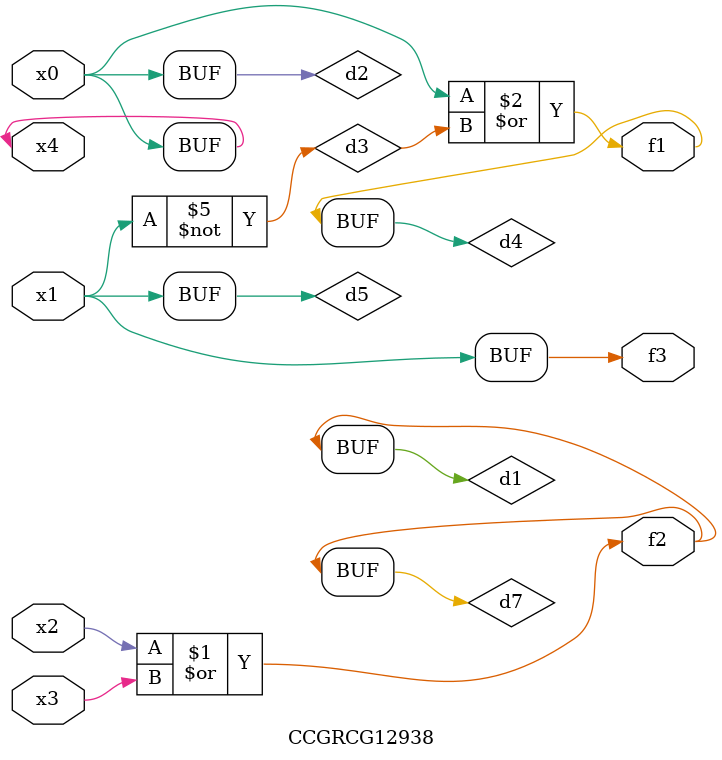
<source format=v>
module CCGRCG12938(
	input x0, x1, x2, x3, x4,
	output f1, f2, f3
);

	wire d1, d2, d3, d4, d5, d6, d7;

	or (d1, x2, x3);
	buf (d2, x0, x4);
	not (d3, x1);
	or (d4, d2, d3);
	not (d5, d3);
	nand (d6, d1, d3);
	or (d7, d1);
	assign f1 = d4;
	assign f2 = d7;
	assign f3 = d5;
endmodule

</source>
